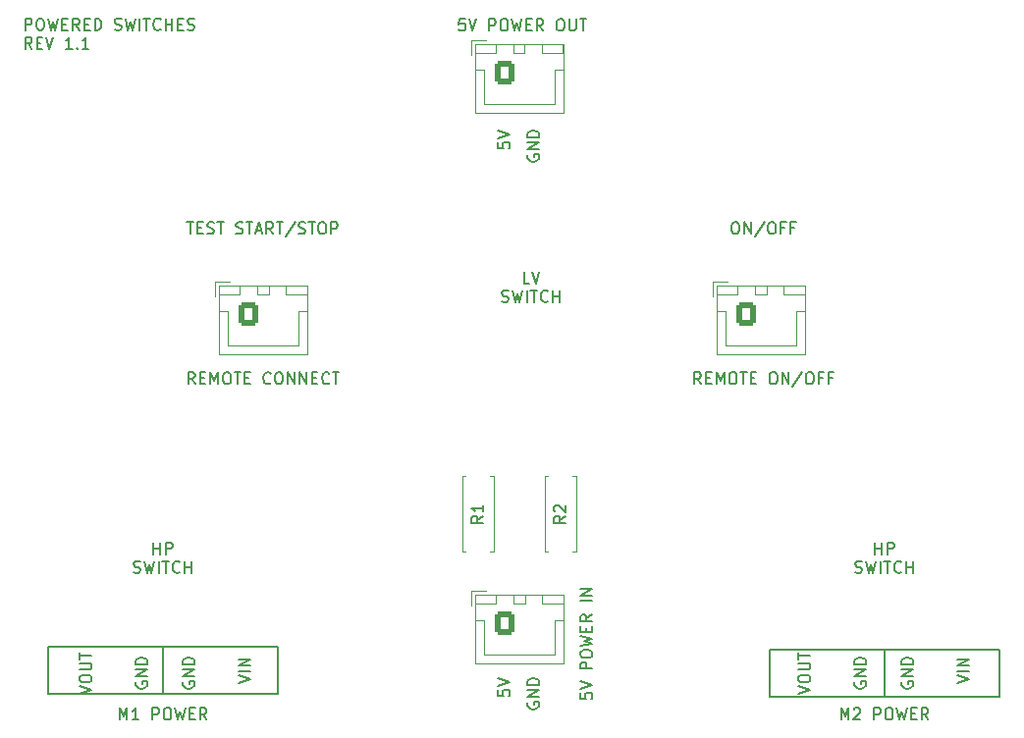
<source format=gto>
%TF.GenerationSoftware,KiCad,Pcbnew,6.0.11-2627ca5db0~126~ubuntu20.04.1*%
%TF.CreationDate,2023-02-14T13:25:54-05:00*%
%TF.ProjectId,PowerSwitches,506f7765-7253-4776-9974-636865732e6b,rev?*%
%TF.SameCoordinates,Original*%
%TF.FileFunction,Legend,Top*%
%TF.FilePolarity,Positive*%
%FSLAX46Y46*%
G04 Gerber Fmt 4.6, Leading zero omitted, Abs format (unit mm)*
G04 Created by KiCad (PCBNEW 6.0.11-2627ca5db0~126~ubuntu20.04.1) date 2023-02-14 13:25:54*
%MOMM*%
%LPD*%
G01*
G04 APERTURE LIST*
G04 Aperture macros list*
%AMRoundRect*
0 Rectangle with rounded corners*
0 $1 Rounding radius*
0 $2 $3 $4 $5 $6 $7 $8 $9 X,Y pos of 4 corners*
0 Add a 4 corners polygon primitive as box body*
4,1,4,$2,$3,$4,$5,$6,$7,$8,$9,$2,$3,0*
0 Add four circle primitives for the rounded corners*
1,1,$1+$1,$2,$3*
1,1,$1+$1,$4,$5*
1,1,$1+$1,$6,$7*
1,1,$1+$1,$8,$9*
0 Add four rect primitives between the rounded corners*
20,1,$1+$1,$2,$3,$4,$5,0*
20,1,$1+$1,$4,$5,$6,$7,0*
20,1,$1+$1,$6,$7,$8,$9,0*
20,1,$1+$1,$8,$9,$2,$3,0*%
G04 Aperture macros list end*
%ADD10C,0.150000*%
%ADD11C,0.120000*%
%ADD12C,1.524000*%
%ADD13C,7.200000*%
%ADD14RoundRect,0.250000X-0.600000X-0.750000X0.600000X-0.750000X0.600000X0.750000X-0.600000X0.750000X0*%
%ADD15O,1.700000X2.000000*%
%ADD16C,1.600000*%
%ADD17O,1.600000X1.600000*%
G04 APERTURE END LIST*
D10*
X105664000Y-99568000D02*
X115570000Y-99568000D01*
X115570000Y-99568000D02*
X115570000Y-103632000D01*
X115570000Y-103632000D02*
X105664000Y-103632000D01*
X105664000Y-103632000D02*
X105664000Y-99568000D01*
X115570000Y-99568000D02*
X125476000Y-99568000D01*
X125476000Y-99568000D02*
X125476000Y-103632000D01*
X125476000Y-103632000D02*
X115570000Y-103632000D01*
X115570000Y-103632000D02*
X115570000Y-99568000D01*
X177800000Y-99822000D02*
X187706000Y-99822000D01*
X187706000Y-99822000D02*
X187706000Y-103886000D01*
X187706000Y-103886000D02*
X177800000Y-103886000D01*
X177800000Y-103886000D02*
X177800000Y-99822000D01*
X167894000Y-99822000D02*
X177800000Y-99822000D01*
X177800000Y-99822000D02*
X177800000Y-103886000D01*
X177800000Y-103886000D02*
X167894000Y-103886000D01*
X167894000Y-103886000D02*
X167894000Y-99822000D01*
X151598380Y-103575904D02*
X151598380Y-104052095D01*
X152074571Y-104099714D01*
X152026952Y-104052095D01*
X151979333Y-103956857D01*
X151979333Y-103718761D01*
X152026952Y-103623523D01*
X152074571Y-103575904D01*
X152169809Y-103528285D01*
X152407904Y-103528285D01*
X152503142Y-103575904D01*
X152550761Y-103623523D01*
X152598380Y-103718761D01*
X152598380Y-103956857D01*
X152550761Y-104052095D01*
X152503142Y-104099714D01*
X151598380Y-103242571D02*
X152598380Y-102909238D01*
X151598380Y-102575904D01*
X152598380Y-101480666D02*
X151598380Y-101480666D01*
X151598380Y-101099714D01*
X151646000Y-101004476D01*
X151693619Y-100956857D01*
X151788857Y-100909238D01*
X151931714Y-100909238D01*
X152026952Y-100956857D01*
X152074571Y-101004476D01*
X152122190Y-101099714D01*
X152122190Y-101480666D01*
X151598380Y-100290190D02*
X151598380Y-100099714D01*
X151646000Y-100004476D01*
X151741238Y-99909238D01*
X151931714Y-99861619D01*
X152265047Y-99861619D01*
X152455523Y-99909238D01*
X152550761Y-100004476D01*
X152598380Y-100099714D01*
X152598380Y-100290190D01*
X152550761Y-100385428D01*
X152455523Y-100480666D01*
X152265047Y-100528285D01*
X151931714Y-100528285D01*
X151741238Y-100480666D01*
X151646000Y-100385428D01*
X151598380Y-100290190D01*
X151598380Y-99528285D02*
X152598380Y-99290190D01*
X151884095Y-99099714D01*
X152598380Y-98909238D01*
X151598380Y-98671142D01*
X152074571Y-98290190D02*
X152074571Y-97956857D01*
X152598380Y-97814000D02*
X152598380Y-98290190D01*
X151598380Y-98290190D01*
X151598380Y-97814000D01*
X152598380Y-96814000D02*
X152122190Y-97147333D01*
X152598380Y-97385428D02*
X151598380Y-97385428D01*
X151598380Y-97004476D01*
X151646000Y-96909238D01*
X151693619Y-96861619D01*
X151788857Y-96814000D01*
X151931714Y-96814000D01*
X152026952Y-96861619D01*
X152074571Y-96909238D01*
X152122190Y-97004476D01*
X152122190Y-97385428D01*
X152598380Y-95623523D02*
X151598380Y-95623523D01*
X152598380Y-95147333D02*
X151598380Y-95147333D01*
X152598380Y-94575904D01*
X151598380Y-94575904D01*
X108418380Y-103615904D02*
X109418380Y-103282571D01*
X108418380Y-102949238D01*
X108418380Y-102425428D02*
X108418380Y-102234952D01*
X108466000Y-102139714D01*
X108561238Y-102044476D01*
X108751714Y-101996857D01*
X109085047Y-101996857D01*
X109275523Y-102044476D01*
X109370761Y-102139714D01*
X109418380Y-102234952D01*
X109418380Y-102425428D01*
X109370761Y-102520666D01*
X109275523Y-102615904D01*
X109085047Y-102663523D01*
X108751714Y-102663523D01*
X108561238Y-102615904D01*
X108466000Y-102520666D01*
X108418380Y-102425428D01*
X108418380Y-101568285D02*
X109227904Y-101568285D01*
X109323142Y-101520666D01*
X109370761Y-101473047D01*
X109418380Y-101377809D01*
X109418380Y-101187333D01*
X109370761Y-101092095D01*
X109323142Y-101044476D01*
X109227904Y-100996857D01*
X108418380Y-100996857D01*
X108418380Y-100663523D02*
X108418380Y-100092095D01*
X109418380Y-100377809D02*
X108418380Y-100377809D01*
X175268000Y-102615904D02*
X175220380Y-102711142D01*
X175220380Y-102854000D01*
X175268000Y-102996857D01*
X175363238Y-103092095D01*
X175458476Y-103139714D01*
X175648952Y-103187333D01*
X175791809Y-103187333D01*
X175982285Y-103139714D01*
X176077523Y-103092095D01*
X176172761Y-102996857D01*
X176220380Y-102854000D01*
X176220380Y-102758761D01*
X176172761Y-102615904D01*
X176125142Y-102568285D01*
X175791809Y-102568285D01*
X175791809Y-102758761D01*
X176220380Y-102139714D02*
X175220380Y-102139714D01*
X176220380Y-101568285D01*
X175220380Y-101568285D01*
X176220380Y-101092095D02*
X175220380Y-101092095D01*
X175220380Y-100854000D01*
X175268000Y-100711142D01*
X175363238Y-100615904D01*
X175458476Y-100568285D01*
X175648952Y-100520666D01*
X175791809Y-100520666D01*
X175982285Y-100568285D01*
X176077523Y-100615904D01*
X176172761Y-100711142D01*
X176220380Y-100854000D01*
X176220380Y-101092095D01*
X147074000Y-57149904D02*
X147026380Y-57245142D01*
X147026380Y-57388000D01*
X147074000Y-57530857D01*
X147169238Y-57626095D01*
X147264476Y-57673714D01*
X147454952Y-57721333D01*
X147597809Y-57721333D01*
X147788285Y-57673714D01*
X147883523Y-57626095D01*
X147978761Y-57530857D01*
X148026380Y-57388000D01*
X148026380Y-57292761D01*
X147978761Y-57149904D01*
X147931142Y-57102285D01*
X147597809Y-57102285D01*
X147597809Y-57292761D01*
X148026380Y-56673714D02*
X147026380Y-56673714D01*
X148026380Y-56102285D01*
X147026380Y-56102285D01*
X148026380Y-55626095D02*
X147026380Y-55626095D01*
X147026380Y-55388000D01*
X147074000Y-55245142D01*
X147169238Y-55149904D01*
X147264476Y-55102285D01*
X147454952Y-55054666D01*
X147597809Y-55054666D01*
X147788285Y-55102285D01*
X147883523Y-55149904D01*
X147978761Y-55245142D01*
X148026380Y-55388000D01*
X148026380Y-55626095D01*
X118348857Y-76906380D02*
X118015523Y-76430190D01*
X117777428Y-76906380D02*
X117777428Y-75906380D01*
X118158380Y-75906380D01*
X118253619Y-75954000D01*
X118301238Y-76001619D01*
X118348857Y-76096857D01*
X118348857Y-76239714D01*
X118301238Y-76334952D01*
X118253619Y-76382571D01*
X118158380Y-76430190D01*
X117777428Y-76430190D01*
X118777428Y-76382571D02*
X119110761Y-76382571D01*
X119253619Y-76906380D02*
X118777428Y-76906380D01*
X118777428Y-75906380D01*
X119253619Y-75906380D01*
X119682190Y-76906380D02*
X119682190Y-75906380D01*
X120015523Y-76620666D01*
X120348857Y-75906380D01*
X120348857Y-76906380D01*
X121015523Y-75906380D02*
X121206000Y-75906380D01*
X121301238Y-75954000D01*
X121396476Y-76049238D01*
X121444095Y-76239714D01*
X121444095Y-76573047D01*
X121396476Y-76763523D01*
X121301238Y-76858761D01*
X121206000Y-76906380D01*
X121015523Y-76906380D01*
X120920285Y-76858761D01*
X120825047Y-76763523D01*
X120777428Y-76573047D01*
X120777428Y-76239714D01*
X120825047Y-76049238D01*
X120920285Y-75954000D01*
X121015523Y-75906380D01*
X121729809Y-75906380D02*
X122301238Y-75906380D01*
X122015523Y-76906380D02*
X122015523Y-75906380D01*
X122634571Y-76382571D02*
X122967904Y-76382571D01*
X123110761Y-76906380D02*
X122634571Y-76906380D01*
X122634571Y-75906380D01*
X123110761Y-75906380D01*
X124872666Y-76811142D02*
X124825047Y-76858761D01*
X124682190Y-76906380D01*
X124586952Y-76906380D01*
X124444095Y-76858761D01*
X124348857Y-76763523D01*
X124301238Y-76668285D01*
X124253619Y-76477809D01*
X124253619Y-76334952D01*
X124301238Y-76144476D01*
X124348857Y-76049238D01*
X124444095Y-75954000D01*
X124586952Y-75906380D01*
X124682190Y-75906380D01*
X124825047Y-75954000D01*
X124872666Y-76001619D01*
X125491714Y-75906380D02*
X125682190Y-75906380D01*
X125777428Y-75954000D01*
X125872666Y-76049238D01*
X125920285Y-76239714D01*
X125920285Y-76573047D01*
X125872666Y-76763523D01*
X125777428Y-76858761D01*
X125682190Y-76906380D01*
X125491714Y-76906380D01*
X125396476Y-76858761D01*
X125301238Y-76763523D01*
X125253619Y-76573047D01*
X125253619Y-76239714D01*
X125301238Y-76049238D01*
X125396476Y-75954000D01*
X125491714Y-75906380D01*
X126348857Y-76906380D02*
X126348857Y-75906380D01*
X126920285Y-76906380D01*
X126920285Y-75906380D01*
X127396476Y-76906380D02*
X127396476Y-75906380D01*
X127967904Y-76906380D01*
X127967904Y-75906380D01*
X128444095Y-76382571D02*
X128777428Y-76382571D01*
X128920285Y-76906380D02*
X128444095Y-76906380D01*
X128444095Y-75906380D01*
X128920285Y-75906380D01*
X129920285Y-76811142D02*
X129872666Y-76858761D01*
X129729809Y-76906380D01*
X129634571Y-76906380D01*
X129491714Y-76858761D01*
X129396476Y-76763523D01*
X129348857Y-76668285D01*
X129301238Y-76477809D01*
X129301238Y-76334952D01*
X129348857Y-76144476D01*
X129396476Y-76049238D01*
X129491714Y-75954000D01*
X129634571Y-75906380D01*
X129729809Y-75906380D01*
X129872666Y-75954000D01*
X129920285Y-76001619D01*
X130206000Y-75906380D02*
X130777428Y-75906380D01*
X130491714Y-76906380D02*
X130491714Y-75906380D01*
X114784285Y-91595380D02*
X114784285Y-90595380D01*
X114784285Y-91071571D02*
X115355714Y-91071571D01*
X115355714Y-91595380D02*
X115355714Y-90595380D01*
X115831904Y-91595380D02*
X115831904Y-90595380D01*
X116212857Y-90595380D01*
X116308095Y-90643000D01*
X116355714Y-90690619D01*
X116403333Y-90785857D01*
X116403333Y-90928714D01*
X116355714Y-91023952D01*
X116308095Y-91071571D01*
X116212857Y-91119190D01*
X115831904Y-91119190D01*
X113070000Y-93157761D02*
X113212857Y-93205380D01*
X113450952Y-93205380D01*
X113546190Y-93157761D01*
X113593809Y-93110142D01*
X113641428Y-93014904D01*
X113641428Y-92919666D01*
X113593809Y-92824428D01*
X113546190Y-92776809D01*
X113450952Y-92729190D01*
X113260476Y-92681571D01*
X113165238Y-92633952D01*
X113117619Y-92586333D01*
X113070000Y-92491095D01*
X113070000Y-92395857D01*
X113117619Y-92300619D01*
X113165238Y-92253000D01*
X113260476Y-92205380D01*
X113498571Y-92205380D01*
X113641428Y-92253000D01*
X113974761Y-92205380D02*
X114212857Y-93205380D01*
X114403333Y-92491095D01*
X114593809Y-93205380D01*
X114831904Y-92205380D01*
X115212857Y-93205380D02*
X115212857Y-92205380D01*
X115546190Y-92205380D02*
X116117619Y-92205380D01*
X115831904Y-93205380D02*
X115831904Y-92205380D01*
X117022380Y-93110142D02*
X116974761Y-93157761D01*
X116831904Y-93205380D01*
X116736666Y-93205380D01*
X116593809Y-93157761D01*
X116498571Y-93062523D01*
X116450952Y-92967285D01*
X116403333Y-92776809D01*
X116403333Y-92633952D01*
X116450952Y-92443476D01*
X116498571Y-92348238D01*
X116593809Y-92253000D01*
X116736666Y-92205380D01*
X116831904Y-92205380D01*
X116974761Y-92253000D01*
X117022380Y-92300619D01*
X117450952Y-93205380D02*
X117450952Y-92205380D01*
X117450952Y-92681571D02*
X118022380Y-92681571D01*
X118022380Y-93205380D02*
X118022380Y-92205380D01*
X177014285Y-91595380D02*
X177014285Y-90595380D01*
X177014285Y-91071571D02*
X177585714Y-91071571D01*
X177585714Y-91595380D02*
X177585714Y-90595380D01*
X178061904Y-91595380D02*
X178061904Y-90595380D01*
X178442857Y-90595380D01*
X178538095Y-90643000D01*
X178585714Y-90690619D01*
X178633333Y-90785857D01*
X178633333Y-90928714D01*
X178585714Y-91023952D01*
X178538095Y-91071571D01*
X178442857Y-91119190D01*
X178061904Y-91119190D01*
X175300000Y-93157761D02*
X175442857Y-93205380D01*
X175680952Y-93205380D01*
X175776190Y-93157761D01*
X175823809Y-93110142D01*
X175871428Y-93014904D01*
X175871428Y-92919666D01*
X175823809Y-92824428D01*
X175776190Y-92776809D01*
X175680952Y-92729190D01*
X175490476Y-92681571D01*
X175395238Y-92633952D01*
X175347619Y-92586333D01*
X175300000Y-92491095D01*
X175300000Y-92395857D01*
X175347619Y-92300619D01*
X175395238Y-92253000D01*
X175490476Y-92205380D01*
X175728571Y-92205380D01*
X175871428Y-92253000D01*
X176204761Y-92205380D02*
X176442857Y-93205380D01*
X176633333Y-92491095D01*
X176823809Y-93205380D01*
X177061904Y-92205380D01*
X177442857Y-93205380D02*
X177442857Y-92205380D01*
X177776190Y-92205380D02*
X178347619Y-92205380D01*
X178061904Y-93205380D02*
X178061904Y-92205380D01*
X179252380Y-93110142D02*
X179204761Y-93157761D01*
X179061904Y-93205380D01*
X178966666Y-93205380D01*
X178823809Y-93157761D01*
X178728571Y-93062523D01*
X178680952Y-92967285D01*
X178633333Y-92776809D01*
X178633333Y-92633952D01*
X178680952Y-92443476D01*
X178728571Y-92348238D01*
X178823809Y-92253000D01*
X178966666Y-92205380D01*
X179061904Y-92205380D01*
X179204761Y-92253000D01*
X179252380Y-92300619D01*
X179680952Y-93205380D02*
X179680952Y-92205380D01*
X179680952Y-92681571D02*
X180252380Y-92681571D01*
X180252380Y-93205380D02*
X180252380Y-92205380D01*
X184110380Y-102695238D02*
X185110380Y-102361904D01*
X184110380Y-102028571D01*
X185110380Y-101695238D02*
X184110380Y-101695238D01*
X185110380Y-101219047D02*
X184110380Y-101219047D01*
X185110380Y-100647619D01*
X184110380Y-100647619D01*
X170394380Y-103615904D02*
X171394380Y-103282571D01*
X170394380Y-102949238D01*
X170394380Y-102425428D02*
X170394380Y-102234952D01*
X170442000Y-102139714D01*
X170537238Y-102044476D01*
X170727714Y-101996857D01*
X171061047Y-101996857D01*
X171251523Y-102044476D01*
X171346761Y-102139714D01*
X171394380Y-102234952D01*
X171394380Y-102425428D01*
X171346761Y-102520666D01*
X171251523Y-102615904D01*
X171061047Y-102663523D01*
X170727714Y-102663523D01*
X170537238Y-102615904D01*
X170442000Y-102520666D01*
X170394380Y-102425428D01*
X170394380Y-101568285D02*
X171203904Y-101568285D01*
X171299142Y-101520666D01*
X171346761Y-101473047D01*
X171394380Y-101377809D01*
X171394380Y-101187333D01*
X171346761Y-101092095D01*
X171299142Y-101044476D01*
X171203904Y-100996857D01*
X170394380Y-100996857D01*
X170394380Y-100663523D02*
X170394380Y-100092095D01*
X171394380Y-100377809D02*
X170394380Y-100377809D01*
X141629428Y-45426380D02*
X141153238Y-45426380D01*
X141105619Y-45902571D01*
X141153238Y-45854952D01*
X141248476Y-45807333D01*
X141486571Y-45807333D01*
X141581809Y-45854952D01*
X141629428Y-45902571D01*
X141677047Y-45997809D01*
X141677047Y-46235904D01*
X141629428Y-46331142D01*
X141581809Y-46378761D01*
X141486571Y-46426380D01*
X141248476Y-46426380D01*
X141153238Y-46378761D01*
X141105619Y-46331142D01*
X141962761Y-45426380D02*
X142296095Y-46426380D01*
X142629428Y-45426380D01*
X143724666Y-46426380D02*
X143724666Y-45426380D01*
X144105619Y-45426380D01*
X144200857Y-45474000D01*
X144248476Y-45521619D01*
X144296095Y-45616857D01*
X144296095Y-45759714D01*
X144248476Y-45854952D01*
X144200857Y-45902571D01*
X144105619Y-45950190D01*
X143724666Y-45950190D01*
X144915142Y-45426380D02*
X145105619Y-45426380D01*
X145200857Y-45474000D01*
X145296095Y-45569238D01*
X145343714Y-45759714D01*
X145343714Y-46093047D01*
X145296095Y-46283523D01*
X145200857Y-46378761D01*
X145105619Y-46426380D01*
X144915142Y-46426380D01*
X144819904Y-46378761D01*
X144724666Y-46283523D01*
X144677047Y-46093047D01*
X144677047Y-45759714D01*
X144724666Y-45569238D01*
X144819904Y-45474000D01*
X144915142Y-45426380D01*
X145677047Y-45426380D02*
X145915142Y-46426380D01*
X146105619Y-45712095D01*
X146296095Y-46426380D01*
X146534190Y-45426380D01*
X146915142Y-45902571D02*
X147248476Y-45902571D01*
X147391333Y-46426380D02*
X146915142Y-46426380D01*
X146915142Y-45426380D01*
X147391333Y-45426380D01*
X148391333Y-46426380D02*
X148058000Y-45950190D01*
X147819904Y-46426380D02*
X147819904Y-45426380D01*
X148200857Y-45426380D01*
X148296095Y-45474000D01*
X148343714Y-45521619D01*
X148391333Y-45616857D01*
X148391333Y-45759714D01*
X148343714Y-45854952D01*
X148296095Y-45902571D01*
X148200857Y-45950190D01*
X147819904Y-45950190D01*
X149772285Y-45426380D02*
X149962761Y-45426380D01*
X150058000Y-45474000D01*
X150153238Y-45569238D01*
X150200857Y-45759714D01*
X150200857Y-46093047D01*
X150153238Y-46283523D01*
X150058000Y-46378761D01*
X149962761Y-46426380D01*
X149772285Y-46426380D01*
X149677047Y-46378761D01*
X149581809Y-46283523D01*
X149534190Y-46093047D01*
X149534190Y-45759714D01*
X149581809Y-45569238D01*
X149677047Y-45474000D01*
X149772285Y-45426380D01*
X150629428Y-45426380D02*
X150629428Y-46235904D01*
X150677047Y-46331142D01*
X150724666Y-46378761D01*
X150819904Y-46426380D01*
X151010380Y-46426380D01*
X151105619Y-46378761D01*
X151153238Y-46331142D01*
X151200857Y-46235904D01*
X151200857Y-45426380D01*
X151534190Y-45426380D02*
X152105619Y-45426380D01*
X151819904Y-46426380D02*
X151819904Y-45426380D01*
X111831904Y-105862380D02*
X111831904Y-104862380D01*
X112165238Y-105576666D01*
X112498571Y-104862380D01*
X112498571Y-105862380D01*
X113498571Y-105862380D02*
X112927142Y-105862380D01*
X113212857Y-105862380D02*
X113212857Y-104862380D01*
X113117619Y-105005238D01*
X113022380Y-105100476D01*
X112927142Y-105148095D01*
X114689047Y-105862380D02*
X114689047Y-104862380D01*
X115070000Y-104862380D01*
X115165238Y-104910000D01*
X115212857Y-104957619D01*
X115260476Y-105052857D01*
X115260476Y-105195714D01*
X115212857Y-105290952D01*
X115165238Y-105338571D01*
X115070000Y-105386190D01*
X114689047Y-105386190D01*
X115879523Y-104862380D02*
X116070000Y-104862380D01*
X116165238Y-104910000D01*
X116260476Y-105005238D01*
X116308095Y-105195714D01*
X116308095Y-105529047D01*
X116260476Y-105719523D01*
X116165238Y-105814761D01*
X116070000Y-105862380D01*
X115879523Y-105862380D01*
X115784285Y-105814761D01*
X115689047Y-105719523D01*
X115641428Y-105529047D01*
X115641428Y-105195714D01*
X115689047Y-105005238D01*
X115784285Y-104910000D01*
X115879523Y-104862380D01*
X116641428Y-104862380D02*
X116879523Y-105862380D01*
X117070000Y-105148095D01*
X117260476Y-105862380D01*
X117498571Y-104862380D01*
X117879523Y-105338571D02*
X118212857Y-105338571D01*
X118355714Y-105862380D02*
X117879523Y-105862380D01*
X117879523Y-104862380D01*
X118355714Y-104862380D01*
X119355714Y-105862380D02*
X119022380Y-105386190D01*
X118784285Y-105862380D02*
X118784285Y-104862380D01*
X119165238Y-104862380D01*
X119260476Y-104910000D01*
X119308095Y-104957619D01*
X119355714Y-105052857D01*
X119355714Y-105195714D01*
X119308095Y-105290952D01*
X119260476Y-105338571D01*
X119165238Y-105386190D01*
X118784285Y-105386190D01*
X161981238Y-76906380D02*
X161647904Y-76430190D01*
X161409809Y-76906380D02*
X161409809Y-75906380D01*
X161790761Y-75906380D01*
X161886000Y-75954000D01*
X161933619Y-76001619D01*
X161981238Y-76096857D01*
X161981238Y-76239714D01*
X161933619Y-76334952D01*
X161886000Y-76382571D01*
X161790761Y-76430190D01*
X161409809Y-76430190D01*
X162409809Y-76382571D02*
X162743142Y-76382571D01*
X162886000Y-76906380D02*
X162409809Y-76906380D01*
X162409809Y-75906380D01*
X162886000Y-75906380D01*
X163314571Y-76906380D02*
X163314571Y-75906380D01*
X163647904Y-76620666D01*
X163981238Y-75906380D01*
X163981238Y-76906380D01*
X164647904Y-75906380D02*
X164838380Y-75906380D01*
X164933619Y-75954000D01*
X165028857Y-76049238D01*
X165076476Y-76239714D01*
X165076476Y-76573047D01*
X165028857Y-76763523D01*
X164933619Y-76858761D01*
X164838380Y-76906380D01*
X164647904Y-76906380D01*
X164552666Y-76858761D01*
X164457428Y-76763523D01*
X164409809Y-76573047D01*
X164409809Y-76239714D01*
X164457428Y-76049238D01*
X164552666Y-75954000D01*
X164647904Y-75906380D01*
X165362190Y-75906380D02*
X165933619Y-75906380D01*
X165647904Y-76906380D02*
X165647904Y-75906380D01*
X166266952Y-76382571D02*
X166600285Y-76382571D01*
X166743142Y-76906380D02*
X166266952Y-76906380D01*
X166266952Y-75906380D01*
X166743142Y-75906380D01*
X168124095Y-75906380D02*
X168314571Y-75906380D01*
X168409809Y-75954000D01*
X168505047Y-76049238D01*
X168552666Y-76239714D01*
X168552666Y-76573047D01*
X168505047Y-76763523D01*
X168409809Y-76858761D01*
X168314571Y-76906380D01*
X168124095Y-76906380D01*
X168028857Y-76858761D01*
X167933619Y-76763523D01*
X167886000Y-76573047D01*
X167886000Y-76239714D01*
X167933619Y-76049238D01*
X168028857Y-75954000D01*
X168124095Y-75906380D01*
X168981238Y-76906380D02*
X168981238Y-75906380D01*
X169552666Y-76906380D01*
X169552666Y-75906380D01*
X170743142Y-75858761D02*
X169886000Y-77144476D01*
X171266952Y-75906380D02*
X171457428Y-75906380D01*
X171552666Y-75954000D01*
X171647904Y-76049238D01*
X171695523Y-76239714D01*
X171695523Y-76573047D01*
X171647904Y-76763523D01*
X171552666Y-76858761D01*
X171457428Y-76906380D01*
X171266952Y-76906380D01*
X171171714Y-76858761D01*
X171076476Y-76763523D01*
X171028857Y-76573047D01*
X171028857Y-76239714D01*
X171076476Y-76049238D01*
X171171714Y-75954000D01*
X171266952Y-75906380D01*
X172457428Y-76382571D02*
X172124095Y-76382571D01*
X172124095Y-76906380D02*
X172124095Y-75906380D01*
X172600285Y-75906380D01*
X173314571Y-76382571D02*
X172981238Y-76382571D01*
X172981238Y-76906380D02*
X172981238Y-75906380D01*
X173457428Y-75906380D01*
X122134380Y-102695238D02*
X123134380Y-102361904D01*
X122134380Y-102028571D01*
X123134380Y-101695238D02*
X122134380Y-101695238D01*
X123134380Y-101219047D02*
X122134380Y-101219047D01*
X123134380Y-100647619D01*
X122134380Y-100647619D01*
X144486380Y-103314476D02*
X144486380Y-103790666D01*
X144962571Y-103838285D01*
X144914952Y-103790666D01*
X144867333Y-103695428D01*
X144867333Y-103457333D01*
X144914952Y-103362095D01*
X144962571Y-103314476D01*
X145057809Y-103266857D01*
X145295904Y-103266857D01*
X145391142Y-103314476D01*
X145438761Y-103362095D01*
X145486380Y-103457333D01*
X145486380Y-103695428D01*
X145438761Y-103790666D01*
X145391142Y-103838285D01*
X144486380Y-102981142D02*
X145486380Y-102647809D01*
X144486380Y-102314476D01*
X117658380Y-62952380D02*
X118229809Y-62952380D01*
X117944095Y-63952380D02*
X117944095Y-62952380D01*
X118563142Y-63428571D02*
X118896476Y-63428571D01*
X119039333Y-63952380D02*
X118563142Y-63952380D01*
X118563142Y-62952380D01*
X119039333Y-62952380D01*
X119420285Y-63904761D02*
X119563142Y-63952380D01*
X119801238Y-63952380D01*
X119896476Y-63904761D01*
X119944095Y-63857142D01*
X119991714Y-63761904D01*
X119991714Y-63666666D01*
X119944095Y-63571428D01*
X119896476Y-63523809D01*
X119801238Y-63476190D01*
X119610761Y-63428571D01*
X119515523Y-63380952D01*
X119467904Y-63333333D01*
X119420285Y-63238095D01*
X119420285Y-63142857D01*
X119467904Y-63047619D01*
X119515523Y-63000000D01*
X119610761Y-62952380D01*
X119848857Y-62952380D01*
X119991714Y-63000000D01*
X120277428Y-62952380D02*
X120848857Y-62952380D01*
X120563142Y-63952380D02*
X120563142Y-62952380D01*
X121896476Y-63904761D02*
X122039333Y-63952380D01*
X122277428Y-63952380D01*
X122372666Y-63904761D01*
X122420285Y-63857142D01*
X122467904Y-63761904D01*
X122467904Y-63666666D01*
X122420285Y-63571428D01*
X122372666Y-63523809D01*
X122277428Y-63476190D01*
X122086952Y-63428571D01*
X121991714Y-63380952D01*
X121944095Y-63333333D01*
X121896476Y-63238095D01*
X121896476Y-63142857D01*
X121944095Y-63047619D01*
X121991714Y-63000000D01*
X122086952Y-62952380D01*
X122325047Y-62952380D01*
X122467904Y-63000000D01*
X122753619Y-62952380D02*
X123325047Y-62952380D01*
X123039333Y-63952380D02*
X123039333Y-62952380D01*
X123610761Y-63666666D02*
X124086952Y-63666666D01*
X123515523Y-63952380D02*
X123848857Y-62952380D01*
X124182190Y-63952380D01*
X125086952Y-63952380D02*
X124753619Y-63476190D01*
X124515523Y-63952380D02*
X124515523Y-62952380D01*
X124896476Y-62952380D01*
X124991714Y-63000000D01*
X125039333Y-63047619D01*
X125086952Y-63142857D01*
X125086952Y-63285714D01*
X125039333Y-63380952D01*
X124991714Y-63428571D01*
X124896476Y-63476190D01*
X124515523Y-63476190D01*
X125372666Y-62952380D02*
X125944095Y-62952380D01*
X125658380Y-63952380D02*
X125658380Y-62952380D01*
X126991714Y-62904761D02*
X126134571Y-64190476D01*
X127277428Y-63904761D02*
X127420285Y-63952380D01*
X127658380Y-63952380D01*
X127753619Y-63904761D01*
X127801238Y-63857142D01*
X127848857Y-63761904D01*
X127848857Y-63666666D01*
X127801238Y-63571428D01*
X127753619Y-63523809D01*
X127658380Y-63476190D01*
X127467904Y-63428571D01*
X127372666Y-63380952D01*
X127325047Y-63333333D01*
X127277428Y-63238095D01*
X127277428Y-63142857D01*
X127325047Y-63047619D01*
X127372666Y-63000000D01*
X127467904Y-62952380D01*
X127706000Y-62952380D01*
X127848857Y-63000000D01*
X128134571Y-62952380D02*
X128705999Y-62952380D01*
X128420285Y-63952380D02*
X128420285Y-62952380D01*
X129229809Y-62952380D02*
X129420285Y-62952380D01*
X129515523Y-63000000D01*
X129610761Y-63095238D01*
X129658380Y-63285714D01*
X129658380Y-63619047D01*
X129610761Y-63809523D01*
X129515523Y-63904761D01*
X129420285Y-63952380D01*
X129229809Y-63952380D01*
X129134571Y-63904761D01*
X129039333Y-63809523D01*
X128991714Y-63619047D01*
X128991714Y-63285714D01*
X129039333Y-63095238D01*
X129134571Y-63000000D01*
X129229809Y-62952380D01*
X130086952Y-63952380D02*
X130086952Y-62952380D01*
X130467904Y-62952380D01*
X130563142Y-63000000D01*
X130610761Y-63047619D01*
X130658380Y-63142857D01*
X130658380Y-63285714D01*
X130610761Y-63380952D01*
X130563142Y-63428571D01*
X130467904Y-63476190D01*
X130086952Y-63476190D01*
X113292000Y-102615904D02*
X113244380Y-102711142D01*
X113244380Y-102854000D01*
X113292000Y-102996857D01*
X113387238Y-103092095D01*
X113482476Y-103139714D01*
X113672952Y-103187333D01*
X113815809Y-103187333D01*
X114006285Y-103139714D01*
X114101523Y-103092095D01*
X114196761Y-102996857D01*
X114244380Y-102854000D01*
X114244380Y-102758761D01*
X114196761Y-102615904D01*
X114149142Y-102568285D01*
X113815809Y-102568285D01*
X113815809Y-102758761D01*
X114244380Y-102139714D02*
X113244380Y-102139714D01*
X114244380Y-101568285D01*
X113244380Y-101568285D01*
X114244380Y-101092095D02*
X113244380Y-101092095D01*
X113244380Y-100854000D01*
X113292000Y-100711142D01*
X113387238Y-100615904D01*
X113482476Y-100568285D01*
X113672952Y-100520666D01*
X113815809Y-100520666D01*
X114006285Y-100568285D01*
X114101523Y-100615904D01*
X114196761Y-100711142D01*
X114244380Y-100854000D01*
X114244380Y-101092095D01*
X164862190Y-62952380D02*
X165052666Y-62952380D01*
X165147904Y-63000000D01*
X165243142Y-63095238D01*
X165290761Y-63285714D01*
X165290761Y-63619047D01*
X165243142Y-63809523D01*
X165147904Y-63904761D01*
X165052666Y-63952380D01*
X164862190Y-63952380D01*
X164766952Y-63904761D01*
X164671714Y-63809523D01*
X164624095Y-63619047D01*
X164624095Y-63285714D01*
X164671714Y-63095238D01*
X164766952Y-63000000D01*
X164862190Y-62952380D01*
X165719333Y-63952380D02*
X165719333Y-62952380D01*
X166290761Y-63952380D01*
X166290761Y-62952380D01*
X167481238Y-62904761D02*
X166624095Y-64190476D01*
X168005047Y-62952380D02*
X168195523Y-62952380D01*
X168290761Y-63000000D01*
X168386000Y-63095238D01*
X168433619Y-63285714D01*
X168433619Y-63619047D01*
X168386000Y-63809523D01*
X168290761Y-63904761D01*
X168195523Y-63952380D01*
X168005047Y-63952380D01*
X167909809Y-63904761D01*
X167814571Y-63809523D01*
X167766952Y-63619047D01*
X167766952Y-63285714D01*
X167814571Y-63095238D01*
X167909809Y-63000000D01*
X168005047Y-62952380D01*
X169195523Y-63428571D02*
X168862190Y-63428571D01*
X168862190Y-63952380D02*
X168862190Y-62952380D01*
X169338380Y-62952380D01*
X170052666Y-63428571D02*
X169719333Y-63428571D01*
X169719333Y-63952380D02*
X169719333Y-62952380D01*
X170195523Y-62952380D01*
X117356000Y-102615904D02*
X117308380Y-102711142D01*
X117308380Y-102854000D01*
X117356000Y-102996857D01*
X117451238Y-103092095D01*
X117546476Y-103139714D01*
X117736952Y-103187333D01*
X117879809Y-103187333D01*
X118070285Y-103139714D01*
X118165523Y-103092095D01*
X118260761Y-102996857D01*
X118308380Y-102854000D01*
X118308380Y-102758761D01*
X118260761Y-102615904D01*
X118213142Y-102568285D01*
X117879809Y-102568285D01*
X117879809Y-102758761D01*
X118308380Y-102139714D02*
X117308380Y-102139714D01*
X118308380Y-101568285D01*
X117308380Y-101568285D01*
X118308380Y-101092095D02*
X117308380Y-101092095D01*
X117308380Y-100854000D01*
X117356000Y-100711142D01*
X117451238Y-100615904D01*
X117546476Y-100568285D01*
X117736952Y-100520666D01*
X117879809Y-100520666D01*
X118070285Y-100568285D01*
X118165523Y-100615904D01*
X118260761Y-100711142D01*
X118308380Y-100854000D01*
X118308380Y-101092095D01*
X174061904Y-105862380D02*
X174061904Y-104862380D01*
X174395238Y-105576666D01*
X174728571Y-104862380D01*
X174728571Y-105862380D01*
X175157142Y-104957619D02*
X175204761Y-104910000D01*
X175300000Y-104862380D01*
X175538095Y-104862380D01*
X175633333Y-104910000D01*
X175680952Y-104957619D01*
X175728571Y-105052857D01*
X175728571Y-105148095D01*
X175680952Y-105290952D01*
X175109523Y-105862380D01*
X175728571Y-105862380D01*
X176919047Y-105862380D02*
X176919047Y-104862380D01*
X177300000Y-104862380D01*
X177395238Y-104910000D01*
X177442857Y-104957619D01*
X177490476Y-105052857D01*
X177490476Y-105195714D01*
X177442857Y-105290952D01*
X177395238Y-105338571D01*
X177300000Y-105386190D01*
X176919047Y-105386190D01*
X178109523Y-104862380D02*
X178300000Y-104862380D01*
X178395238Y-104910000D01*
X178490476Y-105005238D01*
X178538095Y-105195714D01*
X178538095Y-105529047D01*
X178490476Y-105719523D01*
X178395238Y-105814761D01*
X178300000Y-105862380D01*
X178109523Y-105862380D01*
X178014285Y-105814761D01*
X177919047Y-105719523D01*
X177871428Y-105529047D01*
X177871428Y-105195714D01*
X177919047Y-105005238D01*
X178014285Y-104910000D01*
X178109523Y-104862380D01*
X178871428Y-104862380D02*
X179109523Y-105862380D01*
X179300000Y-105148095D01*
X179490476Y-105862380D01*
X179728571Y-104862380D01*
X180109523Y-105338571D02*
X180442857Y-105338571D01*
X180585714Y-105862380D02*
X180109523Y-105862380D01*
X180109523Y-104862380D01*
X180585714Y-104862380D01*
X181585714Y-105862380D02*
X181252380Y-105386190D01*
X181014285Y-105862380D02*
X181014285Y-104862380D01*
X181395238Y-104862380D01*
X181490476Y-104910000D01*
X181538095Y-104957619D01*
X181585714Y-105052857D01*
X181585714Y-105195714D01*
X181538095Y-105290952D01*
X181490476Y-105338571D01*
X181395238Y-105386190D01*
X181014285Y-105386190D01*
X144486380Y-56070476D02*
X144486380Y-56546666D01*
X144962571Y-56594285D01*
X144914952Y-56546666D01*
X144867333Y-56451428D01*
X144867333Y-56213333D01*
X144914952Y-56118095D01*
X144962571Y-56070476D01*
X145057809Y-56022857D01*
X145295904Y-56022857D01*
X145391142Y-56070476D01*
X145438761Y-56118095D01*
X145486380Y-56213333D01*
X145486380Y-56451428D01*
X145438761Y-56546666D01*
X145391142Y-56594285D01*
X144486380Y-55737142D02*
X145486380Y-55403809D01*
X144486380Y-55070476D01*
X147200952Y-68227380D02*
X146724761Y-68227380D01*
X146724761Y-67227380D01*
X147391428Y-67227380D02*
X147724761Y-68227380D01*
X148058095Y-67227380D01*
X144820000Y-69789761D02*
X144962857Y-69837380D01*
X145200952Y-69837380D01*
X145296190Y-69789761D01*
X145343809Y-69742142D01*
X145391428Y-69646904D01*
X145391428Y-69551666D01*
X145343809Y-69456428D01*
X145296190Y-69408809D01*
X145200952Y-69361190D01*
X145010476Y-69313571D01*
X144915238Y-69265952D01*
X144867619Y-69218333D01*
X144820000Y-69123095D01*
X144820000Y-69027857D01*
X144867619Y-68932619D01*
X144915238Y-68885000D01*
X145010476Y-68837380D01*
X145248571Y-68837380D01*
X145391428Y-68885000D01*
X145724761Y-68837380D02*
X145962857Y-69837380D01*
X146153333Y-69123095D01*
X146343809Y-69837380D01*
X146581904Y-68837380D01*
X146962857Y-69837380D02*
X146962857Y-68837380D01*
X147296190Y-68837380D02*
X147867619Y-68837380D01*
X147581904Y-69837380D02*
X147581904Y-68837380D01*
X148772380Y-69742142D02*
X148724761Y-69789761D01*
X148581904Y-69837380D01*
X148486666Y-69837380D01*
X148343809Y-69789761D01*
X148248571Y-69694523D01*
X148200952Y-69599285D01*
X148153333Y-69408809D01*
X148153333Y-69265952D01*
X148200952Y-69075476D01*
X148248571Y-68980238D01*
X148343809Y-68885000D01*
X148486666Y-68837380D01*
X148581904Y-68837380D01*
X148724761Y-68885000D01*
X148772380Y-68932619D01*
X149200952Y-69837380D02*
X149200952Y-68837380D01*
X149200952Y-69313571D02*
X149772380Y-69313571D01*
X149772380Y-69837380D02*
X149772380Y-68837380D01*
X179332000Y-102615904D02*
X179284380Y-102711142D01*
X179284380Y-102854000D01*
X179332000Y-102996857D01*
X179427238Y-103092095D01*
X179522476Y-103139714D01*
X179712952Y-103187333D01*
X179855809Y-103187333D01*
X180046285Y-103139714D01*
X180141523Y-103092095D01*
X180236761Y-102996857D01*
X180284380Y-102854000D01*
X180284380Y-102758761D01*
X180236761Y-102615904D01*
X180189142Y-102568285D01*
X179855809Y-102568285D01*
X179855809Y-102758761D01*
X180284380Y-102139714D02*
X179284380Y-102139714D01*
X180284380Y-101568285D01*
X179284380Y-101568285D01*
X180284380Y-101092095D02*
X179284380Y-101092095D01*
X179284380Y-100854000D01*
X179332000Y-100711142D01*
X179427238Y-100615904D01*
X179522476Y-100568285D01*
X179712952Y-100520666D01*
X179855809Y-100520666D01*
X180046285Y-100568285D01*
X180141523Y-100615904D01*
X180236761Y-100711142D01*
X180284380Y-100854000D01*
X180284380Y-101092095D01*
X147074000Y-104393904D02*
X147026380Y-104489142D01*
X147026380Y-104632000D01*
X147074000Y-104774857D01*
X147169238Y-104870095D01*
X147264476Y-104917714D01*
X147454952Y-104965333D01*
X147597809Y-104965333D01*
X147788285Y-104917714D01*
X147883523Y-104870095D01*
X147978761Y-104774857D01*
X148026380Y-104632000D01*
X148026380Y-104536761D01*
X147978761Y-104393904D01*
X147931142Y-104346285D01*
X147597809Y-104346285D01*
X147597809Y-104536761D01*
X148026380Y-103917714D02*
X147026380Y-103917714D01*
X148026380Y-103346285D01*
X147026380Y-103346285D01*
X148026380Y-102870095D02*
X147026380Y-102870095D01*
X147026380Y-102632000D01*
X147074000Y-102489142D01*
X147169238Y-102393904D01*
X147264476Y-102346285D01*
X147454952Y-102298666D01*
X147597809Y-102298666D01*
X147788285Y-102346285D01*
X147883523Y-102393904D01*
X147978761Y-102489142D01*
X148026380Y-102632000D01*
X148026380Y-102870095D01*
X103713595Y-46383380D02*
X103713595Y-45383380D01*
X104094547Y-45383380D01*
X104189785Y-45431000D01*
X104237404Y-45478619D01*
X104285023Y-45573857D01*
X104285023Y-45716714D01*
X104237404Y-45811952D01*
X104189785Y-45859571D01*
X104094547Y-45907190D01*
X103713595Y-45907190D01*
X104904071Y-45383380D02*
X105094547Y-45383380D01*
X105189785Y-45431000D01*
X105285023Y-45526238D01*
X105332642Y-45716714D01*
X105332642Y-46050047D01*
X105285023Y-46240523D01*
X105189785Y-46335761D01*
X105094547Y-46383380D01*
X104904071Y-46383380D01*
X104808833Y-46335761D01*
X104713595Y-46240523D01*
X104665976Y-46050047D01*
X104665976Y-45716714D01*
X104713595Y-45526238D01*
X104808833Y-45431000D01*
X104904071Y-45383380D01*
X105665976Y-45383380D02*
X105904071Y-46383380D01*
X106094547Y-45669095D01*
X106285023Y-46383380D01*
X106523119Y-45383380D01*
X106904071Y-45859571D02*
X107237404Y-45859571D01*
X107380261Y-46383380D02*
X106904071Y-46383380D01*
X106904071Y-45383380D01*
X107380261Y-45383380D01*
X108380261Y-46383380D02*
X108046928Y-45907190D01*
X107808833Y-46383380D02*
X107808833Y-45383380D01*
X108189785Y-45383380D01*
X108285023Y-45431000D01*
X108332642Y-45478619D01*
X108380261Y-45573857D01*
X108380261Y-45716714D01*
X108332642Y-45811952D01*
X108285023Y-45859571D01*
X108189785Y-45907190D01*
X107808833Y-45907190D01*
X108808833Y-45859571D02*
X109142166Y-45859571D01*
X109285023Y-46383380D02*
X108808833Y-46383380D01*
X108808833Y-45383380D01*
X109285023Y-45383380D01*
X109713595Y-46383380D02*
X109713595Y-45383380D01*
X109951690Y-45383380D01*
X110094547Y-45431000D01*
X110189785Y-45526238D01*
X110237404Y-45621476D01*
X110285023Y-45811952D01*
X110285023Y-45954809D01*
X110237404Y-46145285D01*
X110189785Y-46240523D01*
X110094547Y-46335761D01*
X109951690Y-46383380D01*
X109713595Y-46383380D01*
X111427880Y-46335761D02*
X111570738Y-46383380D01*
X111808833Y-46383380D01*
X111904071Y-46335761D01*
X111951690Y-46288142D01*
X111999309Y-46192904D01*
X111999309Y-46097666D01*
X111951690Y-46002428D01*
X111904071Y-45954809D01*
X111808833Y-45907190D01*
X111618357Y-45859571D01*
X111523119Y-45811952D01*
X111475500Y-45764333D01*
X111427880Y-45669095D01*
X111427880Y-45573857D01*
X111475500Y-45478619D01*
X111523119Y-45431000D01*
X111618357Y-45383380D01*
X111856452Y-45383380D01*
X111999309Y-45431000D01*
X112332642Y-45383380D02*
X112570738Y-46383380D01*
X112761214Y-45669095D01*
X112951690Y-46383380D01*
X113189785Y-45383380D01*
X113570738Y-46383380D02*
X113570738Y-45383380D01*
X113904071Y-45383380D02*
X114475500Y-45383380D01*
X114189785Y-46383380D02*
X114189785Y-45383380D01*
X115380261Y-46288142D02*
X115332642Y-46335761D01*
X115189785Y-46383380D01*
X115094547Y-46383380D01*
X114951690Y-46335761D01*
X114856452Y-46240523D01*
X114808833Y-46145285D01*
X114761214Y-45954809D01*
X114761214Y-45811952D01*
X114808833Y-45621476D01*
X114856452Y-45526238D01*
X114951690Y-45431000D01*
X115094547Y-45383380D01*
X115189785Y-45383380D01*
X115332642Y-45431000D01*
X115380261Y-45478619D01*
X115808833Y-46383380D02*
X115808833Y-45383380D01*
X115808833Y-45859571D02*
X116380261Y-45859571D01*
X116380261Y-46383380D02*
X116380261Y-45383380D01*
X116856452Y-45859571D02*
X117189785Y-45859571D01*
X117332642Y-46383380D02*
X116856452Y-46383380D01*
X116856452Y-45383380D01*
X117332642Y-45383380D01*
X117713595Y-46335761D02*
X117856452Y-46383380D01*
X118094547Y-46383380D01*
X118189785Y-46335761D01*
X118237404Y-46288142D01*
X118285023Y-46192904D01*
X118285023Y-46097666D01*
X118237404Y-46002428D01*
X118189785Y-45954809D01*
X118094547Y-45907190D01*
X117904071Y-45859571D01*
X117808833Y-45811952D01*
X117761214Y-45764333D01*
X117713595Y-45669095D01*
X117713595Y-45573857D01*
X117761214Y-45478619D01*
X117808833Y-45431000D01*
X117904071Y-45383380D01*
X118142166Y-45383380D01*
X118285023Y-45431000D01*
X104285023Y-47993380D02*
X103951690Y-47517190D01*
X103713595Y-47993380D02*
X103713595Y-46993380D01*
X104094547Y-46993380D01*
X104189785Y-47041000D01*
X104237404Y-47088619D01*
X104285023Y-47183857D01*
X104285023Y-47326714D01*
X104237404Y-47421952D01*
X104189785Y-47469571D01*
X104094547Y-47517190D01*
X103713595Y-47517190D01*
X104713595Y-47469571D02*
X105046928Y-47469571D01*
X105189785Y-47993380D02*
X104713595Y-47993380D01*
X104713595Y-46993380D01*
X105189785Y-46993380D01*
X105475500Y-46993380D02*
X105808833Y-47993380D01*
X106142166Y-46993380D01*
X107761214Y-47993380D02*
X107189785Y-47993380D01*
X107475500Y-47993380D02*
X107475500Y-46993380D01*
X107380261Y-47136238D01*
X107285023Y-47231476D01*
X107189785Y-47279095D01*
X108189785Y-47898142D02*
X108237404Y-47945761D01*
X108189785Y-47993380D01*
X108142166Y-47945761D01*
X108189785Y-47898142D01*
X108189785Y-47993380D01*
X109189785Y-47993380D02*
X108618357Y-47993380D01*
X108904071Y-47993380D02*
X108904071Y-46993380D01*
X108808833Y-47136238D01*
X108713595Y-47231476D01*
X108618357Y-47279095D01*
X143200380Y-88304666D02*
X142724190Y-88638000D01*
X143200380Y-88876095D02*
X142200380Y-88876095D01*
X142200380Y-88495142D01*
X142248000Y-88399904D01*
X142295619Y-88352285D01*
X142390857Y-88304666D01*
X142533714Y-88304666D01*
X142628952Y-88352285D01*
X142676571Y-88399904D01*
X142724190Y-88495142D01*
X142724190Y-88876095D01*
X143200380Y-87352285D02*
X143200380Y-87923714D01*
X143200380Y-87638000D02*
X142200380Y-87638000D01*
X142343238Y-87733238D01*
X142438476Y-87828476D01*
X142486095Y-87923714D01*
X150312380Y-88304666D02*
X149836190Y-88638000D01*
X150312380Y-88876095D02*
X149312380Y-88876095D01*
X149312380Y-88495142D01*
X149360000Y-88399904D01*
X149407619Y-88352285D01*
X149502857Y-88304666D01*
X149645714Y-88304666D01*
X149740952Y-88352285D01*
X149788571Y-88399904D01*
X149836190Y-88495142D01*
X149836190Y-88876095D01*
X149407619Y-87923714D02*
X149360000Y-87876095D01*
X149312380Y-87780857D01*
X149312380Y-87542761D01*
X149360000Y-87447523D01*
X149407619Y-87399904D01*
X149502857Y-87352285D01*
X149598095Y-87352285D01*
X149740952Y-87399904D01*
X150312380Y-87971333D01*
X150312380Y-87352285D01*
D11*
X144284000Y-47588000D02*
X142484000Y-47588000D01*
X145784000Y-47588000D02*
X145784000Y-48338000D01*
X143234000Y-49838000D02*
X143234000Y-52788000D01*
X150084000Y-49838000D02*
X149334000Y-49838000D01*
X142474000Y-47578000D02*
X142474000Y-53548000D01*
X144284000Y-48338000D02*
X144284000Y-47588000D01*
X142474000Y-53548000D02*
X150094000Y-53548000D01*
X149334000Y-52788000D02*
X146284000Y-52788000D01*
X150094000Y-53548000D02*
X150094000Y-47578000D01*
X143234000Y-52788000D02*
X146284000Y-52788000D01*
X148284000Y-47588000D02*
X148284000Y-48338000D01*
X150084000Y-47588000D02*
X148284000Y-47588000D01*
X143434000Y-47288000D02*
X142184000Y-47288000D01*
X142484000Y-49838000D02*
X143234000Y-49838000D01*
X145784000Y-48338000D02*
X146784000Y-48338000D01*
X142484000Y-47588000D02*
X142484000Y-48338000D01*
X148284000Y-48338000D02*
X150084000Y-48338000D01*
X146784000Y-48338000D02*
X146784000Y-47588000D01*
X150084000Y-48338000D02*
X150084000Y-47588000D01*
X142184000Y-47288000D02*
X142184000Y-48538000D01*
X142484000Y-48338000D02*
X144284000Y-48338000D01*
X149334000Y-49838000D02*
X149334000Y-52788000D01*
X150094000Y-47578000D02*
X142474000Y-47578000D01*
X146784000Y-47588000D02*
X145784000Y-47588000D01*
X144118000Y-91408000D02*
X144118000Y-84868000D01*
X141378000Y-91408000D02*
X141378000Y-84868000D01*
X143788000Y-91408000D02*
X144118000Y-91408000D01*
X141708000Y-91408000D02*
X141378000Y-91408000D01*
X144118000Y-84868000D02*
X143788000Y-84868000D01*
X141378000Y-84868000D02*
X141708000Y-84868000D01*
X123706000Y-68399000D02*
X123706000Y-69149000D01*
X126206000Y-69149000D02*
X128006000Y-69149000D01*
X124706000Y-68399000D02*
X123706000Y-68399000D01*
X126206000Y-68399000D02*
X126206000Y-69149000D01*
X120106000Y-68099000D02*
X120106000Y-69349000D01*
X123706000Y-69149000D02*
X124706000Y-69149000D01*
X122206000Y-68399000D02*
X120406000Y-68399000D01*
X128016000Y-68389000D02*
X120396000Y-68389000D01*
X128006000Y-68399000D02*
X126206000Y-68399000D01*
X128016000Y-74359000D02*
X128016000Y-68389000D01*
X124706000Y-69149000D02*
X124706000Y-68399000D01*
X121356000Y-68099000D02*
X120106000Y-68099000D01*
X128006000Y-69149000D02*
X128006000Y-68399000D01*
X122206000Y-69149000D02*
X122206000Y-68399000D01*
X120396000Y-74359000D02*
X128016000Y-74359000D01*
X121156000Y-73599000D02*
X124206000Y-73599000D01*
X127256000Y-70649000D02*
X127256000Y-73599000D01*
X120406000Y-69149000D02*
X122206000Y-69149000D01*
X121156000Y-70649000D02*
X121156000Y-73599000D01*
X120406000Y-70649000D02*
X121156000Y-70649000D01*
X127256000Y-73599000D02*
X124206000Y-73599000D01*
X120406000Y-68399000D02*
X120406000Y-69149000D01*
X128006000Y-70649000D02*
X127256000Y-70649000D01*
X120396000Y-68389000D02*
X120396000Y-74359000D01*
X148304000Y-95069000D02*
X148304000Y-95819000D01*
X150104000Y-95819000D02*
X150104000Y-95069000D01*
X144304000Y-95069000D02*
X142504000Y-95069000D01*
X149354000Y-97319000D02*
X149354000Y-100269000D01*
X142494000Y-95059000D02*
X142494000Y-101029000D01*
X143454000Y-94769000D02*
X142204000Y-94769000D01*
X143254000Y-100269000D02*
X146304000Y-100269000D01*
X142504000Y-97319000D02*
X143254000Y-97319000D01*
X145804000Y-95819000D02*
X146804000Y-95819000D01*
X150104000Y-95069000D02*
X148304000Y-95069000D01*
X142494000Y-101029000D02*
X150114000Y-101029000D01*
X146804000Y-95819000D02*
X146804000Y-95069000D01*
X142504000Y-95819000D02*
X144304000Y-95819000D01*
X148304000Y-95819000D02*
X150104000Y-95819000D01*
X150114000Y-95059000D02*
X142494000Y-95059000D01*
X150114000Y-101029000D02*
X150114000Y-95059000D01*
X146804000Y-95069000D02*
X145804000Y-95069000D01*
X145804000Y-95069000D02*
X145804000Y-95819000D01*
X149354000Y-100269000D02*
X146304000Y-100269000D01*
X143254000Y-97319000D02*
X143254000Y-100269000D01*
X142504000Y-95069000D02*
X142504000Y-95819000D01*
X142204000Y-94769000D02*
X142204000Y-96019000D01*
X150104000Y-97319000D02*
X149354000Y-97319000D01*
X144304000Y-95819000D02*
X144304000Y-95069000D01*
X148490000Y-84868000D02*
X148820000Y-84868000D01*
X151230000Y-91408000D02*
X151230000Y-84868000D01*
X151230000Y-84868000D02*
X150900000Y-84868000D01*
X148490000Y-91408000D02*
X148490000Y-84868000D01*
X150900000Y-91408000D02*
X151230000Y-91408000D01*
X148820000Y-91408000D02*
X148490000Y-91408000D01*
X163332000Y-69149000D02*
X165132000Y-69149000D01*
X167632000Y-68399000D02*
X166632000Y-68399000D01*
X170182000Y-73599000D02*
X167132000Y-73599000D01*
X170932000Y-68399000D02*
X169132000Y-68399000D01*
X164082000Y-70649000D02*
X164082000Y-73599000D01*
X170942000Y-74359000D02*
X170942000Y-68389000D01*
X165132000Y-68399000D02*
X163332000Y-68399000D01*
X166632000Y-69149000D02*
X167632000Y-69149000D01*
X169132000Y-68399000D02*
X169132000Y-69149000D01*
X163322000Y-68389000D02*
X163322000Y-74359000D01*
X170932000Y-70649000D02*
X170182000Y-70649000D01*
X164082000Y-73599000D02*
X167132000Y-73599000D01*
X165132000Y-69149000D02*
X165132000Y-68399000D01*
X163332000Y-70649000D02*
X164082000Y-70649000D01*
X164282000Y-68099000D02*
X163032000Y-68099000D01*
X167632000Y-69149000D02*
X167632000Y-68399000D01*
X169132000Y-69149000D02*
X170932000Y-69149000D01*
X170942000Y-68389000D02*
X163322000Y-68389000D01*
X170932000Y-69149000D02*
X170932000Y-68399000D01*
X166632000Y-68399000D02*
X166632000Y-69149000D01*
X163322000Y-74359000D02*
X170942000Y-74359000D01*
X163332000Y-68399000D02*
X163332000Y-69149000D01*
X163032000Y-68099000D02*
X163032000Y-69349000D01*
X170182000Y-70649000D02*
X170182000Y-73599000D01*
%LPC*%
D12*
X124460000Y-100838000D03*
X124460000Y-98298000D03*
X124460000Y-95758000D03*
X124460000Y-93218000D03*
X124460000Y-90678000D03*
X124460000Y-88138000D03*
X124460000Y-85598000D03*
X124460000Y-83058000D03*
X106680000Y-83058000D03*
X106680000Y-85598000D03*
X106680000Y-88138000D03*
X106680000Y-90678000D03*
X106680000Y-93218000D03*
X106680000Y-95758000D03*
X106680000Y-98298000D03*
X106680000Y-100838000D03*
D13*
X195044000Y-48006000D03*
D14*
X145034000Y-50038000D03*
D15*
X147534000Y-50038000D03*
D16*
X142748000Y-91948000D03*
D17*
X142748000Y-84328000D03*
D14*
X122956000Y-70849000D03*
D15*
X125456000Y-70849000D03*
D12*
X140970000Y-60960000D03*
X140970000Y-63500000D03*
X140970000Y-66040000D03*
X140970000Y-68580000D03*
X140970000Y-71120000D03*
X140970000Y-73660000D03*
X140970000Y-76200000D03*
X153670000Y-73660000D03*
X153670000Y-71120000D03*
X153670000Y-68580000D03*
X153670000Y-66040000D03*
X153670000Y-63500000D03*
X153670000Y-60960000D03*
D14*
X145054000Y-97519000D03*
D15*
X147554000Y-97519000D03*
D12*
X170942000Y-60198000D03*
X163322000Y-60198000D03*
X170942000Y-55118000D03*
X163322000Y-55118000D03*
D13*
X98044000Y-47963000D03*
X195044000Y-104006000D03*
D16*
X149860000Y-91948000D03*
D17*
X149860000Y-84328000D03*
D13*
X98044000Y-104006000D03*
D12*
X128270000Y-60198000D03*
X120650000Y-60198000D03*
X128270000Y-55118000D03*
X120650000Y-55118000D03*
X186690000Y-101092000D03*
X186690000Y-98552000D03*
X186690000Y-96012000D03*
X186690000Y-93472000D03*
X186690000Y-90932000D03*
X186690000Y-88392000D03*
X186690000Y-85852000D03*
X186690000Y-83312000D03*
X168910000Y-83312000D03*
X168910000Y-85852000D03*
X168910000Y-88392000D03*
X168910000Y-90932000D03*
X168910000Y-93472000D03*
X168910000Y-96012000D03*
X168910000Y-98552000D03*
X168910000Y-101092000D03*
D14*
X165882000Y-70849000D03*
D15*
X168382000Y-70849000D03*
M02*

</source>
